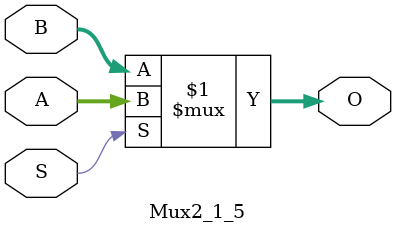
<source format=v>
`timescale 1ns / 1ps
module Mux2_1_5(A,B,S,O
    );
input [0:4] A,B;
input S;
output [0:4] O;

assign O = S? A:B;


endmodule

</source>
